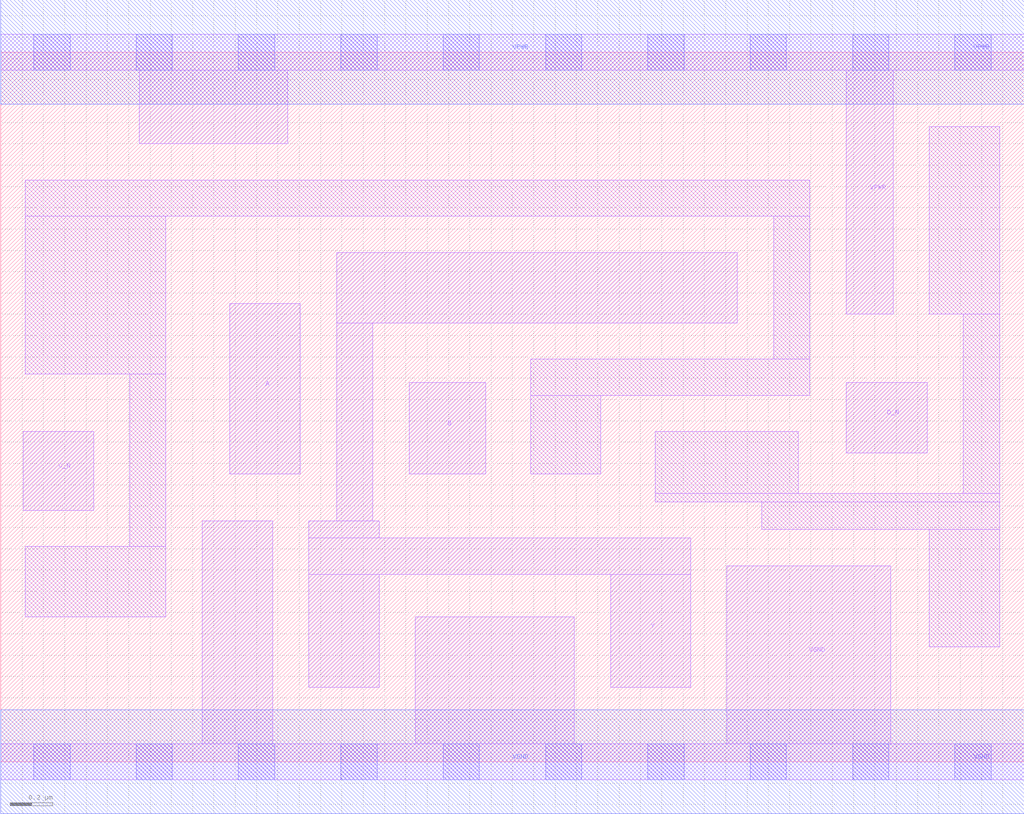
<source format=lef>
# Copyright 2020 The SkyWater PDK Authors
#
# Licensed under the Apache License, Version 2.0 (the "License");
# you may not use this file except in compliance with the License.
# You may obtain a copy of the License at
#
#     https://www.apache.org/licenses/LICENSE-2.0
#
# Unless required by applicable law or agreed to in writing, software
# distributed under the License is distributed on an "AS IS" BASIS,
# WITHOUT WARRANTIES OR CONDITIONS OF ANY KIND, either express or implied.
# See the License for the specific language governing permissions and
# limitations under the License.
#
# SPDX-License-Identifier: Apache-2.0

VERSION 5.7 ;
  NAMESCASESENSITIVE ON ;
  NOWIREEXTENSIONATPIN ON ;
  DIVIDERCHAR "/" ;
  BUSBITCHARS "[]" ;
UNITS
  DATABASE MICRONS 200 ;
END UNITS
MACRO sky130_fd_sc_hs__nor4bb_1
  CLASS CORE ;
  SOURCE USER ;
  FOREIGN sky130_fd_sc_hs__nor4bb_1 ;
  ORIGIN  0.000000  0.000000 ;
  SIZE  4.800000 BY  3.330000 ;
  SYMMETRY X Y ;
  SITE unit ;
  PIN A
    ANTENNAGATEAREA  0.279000 ;
    DIRECTION INPUT ;
    USE SIGNAL ;
    PORT
      LAYER li1 ;
        RECT 1.075000 1.350000 1.405000 2.150000 ;
    END
  END A
  PIN B
    ANTENNAGATEAREA  0.279000 ;
    DIRECTION INPUT ;
    USE SIGNAL ;
    PORT
      LAYER li1 ;
        RECT 1.915000 1.350000 2.275000 1.780000 ;
    END
  END B
  PIN C_N
    ANTENNAGATEAREA  0.208500 ;
    DIRECTION INPUT ;
    USE SIGNAL ;
    PORT
      LAYER li1 ;
        RECT 0.105000 1.180000 0.435000 1.550000 ;
    END
  END C_N
  PIN D_N
    ANTENNAGATEAREA  0.208500 ;
    DIRECTION INPUT ;
    USE SIGNAL ;
    PORT
      LAYER li1 ;
        RECT 3.965000 1.450000 4.345000 1.780000 ;
    END
  END D_N
  PIN Y
    ANTENNADIFFAREA  0.848400 ;
    DIRECTION OUTPUT ;
    USE SIGNAL ;
    PORT
      LAYER li1 ;
        RECT 1.445000 0.350000 1.775000 0.880000 ;
        RECT 1.445000 0.880000 3.235000 1.050000 ;
        RECT 1.445000 1.050000 1.775000 1.130000 ;
        RECT 1.575000 1.130000 1.745000 2.060000 ;
        RECT 1.575000 2.060000 3.455000 2.390000 ;
        RECT 2.860000 0.350000 3.235000 0.880000 ;
    END
  END Y
  PIN VGND
    DIRECTION INOUT ;
    USE GROUND ;
    PORT
      LAYER li1 ;
        RECT 0.000000 -0.085000 4.800000 0.085000 ;
        RECT 0.945000  0.085000 1.275000 1.130000 ;
        RECT 1.945000  0.085000 2.690000 0.680000 ;
        RECT 3.405000  0.085000 4.175000 0.920000 ;
      LAYER mcon ;
        RECT 0.155000 -0.085000 0.325000 0.085000 ;
        RECT 0.635000 -0.085000 0.805000 0.085000 ;
        RECT 1.115000 -0.085000 1.285000 0.085000 ;
        RECT 1.595000 -0.085000 1.765000 0.085000 ;
        RECT 2.075000 -0.085000 2.245000 0.085000 ;
        RECT 2.555000 -0.085000 2.725000 0.085000 ;
        RECT 3.035000 -0.085000 3.205000 0.085000 ;
        RECT 3.515000 -0.085000 3.685000 0.085000 ;
        RECT 3.995000 -0.085000 4.165000 0.085000 ;
        RECT 4.475000 -0.085000 4.645000 0.085000 ;
      LAYER met1 ;
        RECT 0.000000 -0.245000 4.800000 0.245000 ;
    END
  END VGND
  PIN VPWR
    DIRECTION INOUT ;
    USE POWER ;
    PORT
      LAYER li1 ;
        RECT 0.000000 3.245000 4.800000 3.415000 ;
        RECT 0.650000 2.900000 1.345000 3.245000 ;
        RECT 3.965000 2.100000 4.185000 3.245000 ;
      LAYER mcon ;
        RECT 0.155000 3.245000 0.325000 3.415000 ;
        RECT 0.635000 3.245000 0.805000 3.415000 ;
        RECT 1.115000 3.245000 1.285000 3.415000 ;
        RECT 1.595000 3.245000 1.765000 3.415000 ;
        RECT 2.075000 3.245000 2.245000 3.415000 ;
        RECT 2.555000 3.245000 2.725000 3.415000 ;
        RECT 3.035000 3.245000 3.205000 3.415000 ;
        RECT 3.515000 3.245000 3.685000 3.415000 ;
        RECT 3.995000 3.245000 4.165000 3.415000 ;
        RECT 4.475000 3.245000 4.645000 3.415000 ;
      LAYER met1 ;
        RECT 0.000000 3.085000 4.800000 3.575000 ;
    END
  END VPWR
  OBS
    LAYER li1 ;
      RECT 0.115000 0.680000 0.775000 1.010000 ;
      RECT 0.115000 1.820000 0.775000 2.560000 ;
      RECT 0.115000 2.560000 3.795000 2.730000 ;
      RECT 0.605000 1.010000 0.775000 1.820000 ;
      RECT 2.485000 1.350000 2.815000 1.720000 ;
      RECT 2.485000 1.720000 3.795000 1.890000 ;
      RECT 3.070000 1.220000 4.685000 1.260000 ;
      RECT 3.070000 1.260000 3.740000 1.550000 ;
      RECT 3.570000 1.090000 4.685000 1.220000 ;
      RECT 3.625000 1.890000 3.795000 2.560000 ;
      RECT 4.355000 0.540000 4.685000 1.090000 ;
      RECT 4.355000 2.100000 4.685000 2.980000 ;
      RECT 4.515000 1.260000 4.685000 2.100000 ;
  END
END sky130_fd_sc_hs__nor4bb_1

</source>
